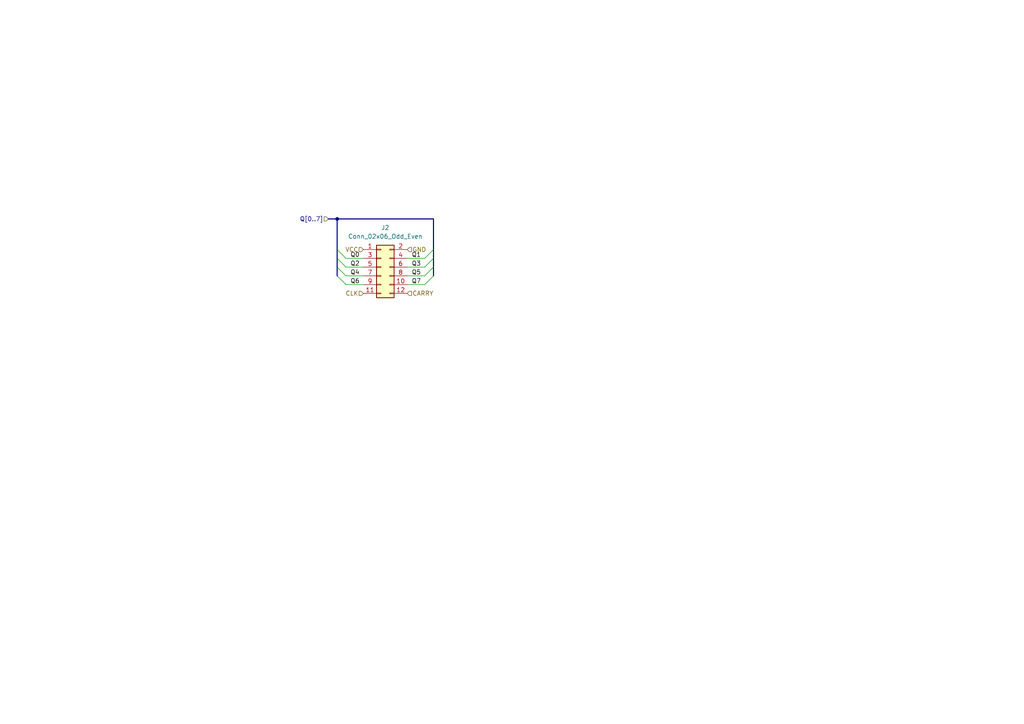
<source format=kicad_sch>
(kicad_sch (version 20211123) (generator eeschema)
  (paper "A4")
  (lib_symbols
    (symbol "Connector_Generic:Conn_02x06_Odd_Even" (pin_names (offset 1.016) hide)
      (property "Reference" "J" (at 1.27 7.62 0))
      (property "Value" "Conn_02x06_Odd_Even" (at 1.27 -10.16 0))
      (symbol "Conn_02x06_Odd_Even_1_1"
        (rectangle (start -1.27 -7.493) (end 0 -7.747) (stroke (width 0.1524)))
        (rectangle (start -1.27 -4.953) (end 0 -5.207) (stroke (width 0.1524)))
        (rectangle (start -1.27 -2.413) (end 0 -2.667) (stroke (width 0.1524)))
        (rectangle (start -1.27 0.127) (end 0 -0.127) (stroke (width 0.1524)))
        (rectangle (start -1.27 2.667) (end 0 2.413) (stroke (width 0.1524)))
        (rectangle (start -1.27 5.207) (end 0 4.953) (stroke (width 0.1524)))
        (rectangle (start -1.27 6.35) (end 3.81 -8.89) (stroke (width 0.254)) (fill (type background)))
        (rectangle (start 3.81 -7.493) (end 2.54 -7.747) (stroke (width 0.1524)))
        (rectangle (start 3.81 -4.953) (end 2.54 -5.207) (stroke (width 0.1524)))
        (rectangle (start 3.81 -2.413) (end 2.54 -2.667) (stroke (width 0.1524)))
        (rectangle (start 3.81 0.127) (end 2.54 -0.127) (stroke (width 0.1524)))
        (rectangle (start 3.81 2.667) (end 2.54 2.413) (stroke (width 0.1524)))
        (rectangle (start 3.81 5.207) (end 2.54 4.953) (stroke (width 0.1524)))
        (pin passive line (at -5.08 5.08 0) (length 3.81) (name "Pin_1") (number "1"))
        (pin passive line (at 7.62 -5.08 180) (length 3.81) (name "Pin_10") (number "10"))
        (pin passive line (at -5.08 -7.62 0) (length 3.81) (name "Pin_11") (number "11"))
        (pin passive line (at 7.62 -7.62 180) (length 3.81) (name "Pin_12") (number "12"))
        (pin passive line (at 7.62 5.08 180) (length 3.81) (name "Pin_2") (number "2"))
        (pin passive line (at -5.08 2.54 0) (length 3.81) (name "Pin_3") (number "3"))
        (pin passive line (at 7.62 2.54 180) (length 3.81) (name "Pin_4") (number "4"))
        (pin passive line (at -5.08 0 0) (length 3.81) (name "Pin_5") (number "5"))
        (pin passive line (at 7.62 0 180) (length 3.81) (name "Pin_6") (number "6"))
        (pin passive line (at -5.08 -2.54 0) (length 3.81) (name "Pin_7") (number "7"))
        (pin passive line (at 7.62 -2.54 180) (length 3.81) (name "Pin_8") (number "8"))
        (pin passive line (at -5.08 -5.08 0) (length 3.81) (name "Pin_9") (number "9"))
      )
    )
  )
  (junction (at 97.79 63.5))
  (bus_entry (at 100.33 77.47) (size -2.54 -2.54))
  (bus_entry (at 100.33 82.55) (size -2.54 -2.54))
  (bus_entry (at 100.33 80.01) (size -2.54 -2.54))
  (bus_entry (at 123.19 74.93) (size 2.54 -2.54))
  (bus_entry (at 100.33 74.93) (size -2.54 -2.54))
  (bus_entry (at 123.19 80.01) (size 2.54 -2.54))
  (bus_entry (at 123.19 77.47) (size 2.54 -2.54))
  (bus_entry (at 123.19 82.55) (size 2.54 -2.54))
  (wire (pts (xy 100.33 82.55) (xy 105.41 82.55)))
  (bus (pts (xy 97.79 72.39) (xy 97.79 74.93)))
  (wire (pts (xy 100.33 77.47) (xy 105.41 77.47)))
  (wire (pts (xy 118.11 80.01) (xy 123.19 80.01)))
  (bus (pts (xy 97.79 63.5) (xy 125.73 63.5)))
  (bus (pts (xy 125.73 77.47) (xy 125.73 80.01)))
  (bus (pts (xy 125.73 72.39) (xy 125.73 74.93)))
  (bus (pts (xy 97.79 63.5) (xy 97.79 72.39)))
  (bus (pts (xy 97.79 77.47) (xy 97.79 80.01)))
  (wire (pts (xy 118.11 77.47) (xy 123.19 77.47)))
  (wire (pts (xy 100.33 74.93) (xy 105.41 74.93)))
  (wire (pts (xy 118.11 74.93) (xy 123.19 74.93)))
  (bus (pts (xy 95.25 63.5) (xy 97.79 63.5)))
  (wire (pts (xy 118.11 82.55) (xy 123.19 82.55)))
  (wire (pts (xy 100.33 80.01) (xy 105.41 80.01)))
  (bus (pts (xy 125.73 63.5) (xy 125.73 72.39)))
  (bus (pts (xy 125.73 74.93) (xy 125.73 77.47)))
  (bus (pts (xy 97.79 74.93) (xy 97.79 77.47)))
  (label "Q2" (at 101.6 77.47 0))
  (label "Q0" (at 101.6 74.93 0))
  (label "Q3" (at 119.38 77.47 0))
  (label "Q4" (at 101.6 80.01 0))
  (label "Q5" (at 119.38 80.01 0))
  (label "Q6" (at 101.6 82.55 0))
  (label "Q1" (at 119.38 74.93 0))
  (label "Q7" (at 119.38 82.55 0))
  (hierarchical_label "CARRY" (shape input) (at 118.11 85.09 0))
  (hierarchical_label "CLK" (shape input) (at 105.41 85.09 180))
  (hierarchical_label "VCC" (shape input) (at 105.41 72.39 180))
  (hierarchical_label "Q[0..7]" (shape input) (at 95.25 63.5 180))
  (hierarchical_label "GND" (shape input) (at 118.11 72.39 0))
  (symbol (lib_id "Connector_Generic:Conn_02x06_Odd_Even") (at 110.49 77.47 0) (unit 1)
    (property "Reference" "J2" (at 111.76 66.04 0))
    (property "Value" "Conn_02x06_Odd_Even" (at 111.76 68.58 0))
    (property "Footprint" "Connector_IDC:IDC-Header_2x06_P2.54mm_Vertical" (effects hide))
  )
)
</source>
